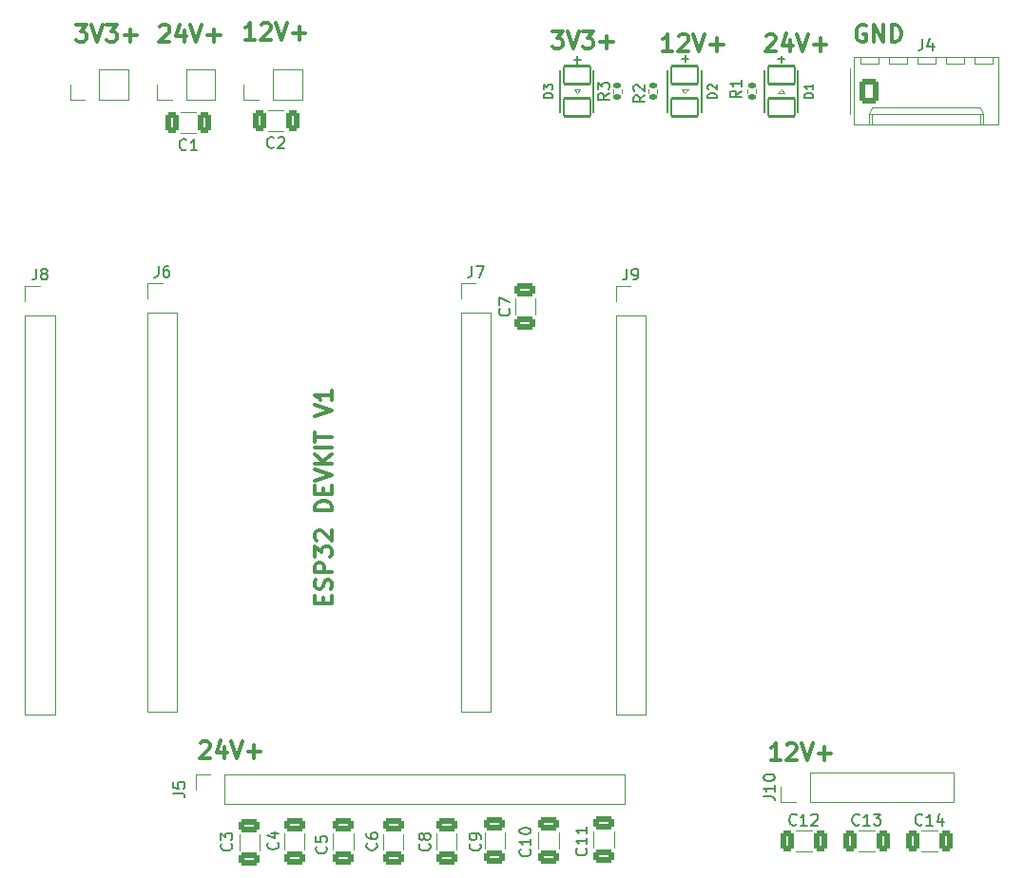
<source format=gto>
%TF.GenerationSoftware,KiCad,Pcbnew,8.0.1*%
%TF.CreationDate,2025-03-03T18:06:42+00:00*%
%TF.ProjectId,Interpose,496e7465-7270-46f7-9365-2e6b69636164,V1*%
%TF.SameCoordinates,Original*%
%TF.FileFunction,Legend,Top*%
%TF.FilePolarity,Positive*%
%FSLAX46Y46*%
G04 Gerber Fmt 4.6, Leading zero omitted, Abs format (unit mm)*
G04 Created by KiCad (PCBNEW 8.0.1) date 2025-03-03 18:06:42*
%MOMM*%
%LPD*%
G01*
G04 APERTURE LIST*
G04 Aperture macros list*
%AMRoundRect*
0 Rectangle with rounded corners*
0 $1 Rounding radius*
0 $2 $3 $4 $5 $6 $7 $8 $9 X,Y pos of 4 corners*
0 Add a 4 corners polygon primitive as box body*
4,1,4,$2,$3,$4,$5,$6,$7,$8,$9,$2,$3,0*
0 Add four circle primitives for the rounded corners*
1,1,$1+$1,$2,$3*
1,1,$1+$1,$4,$5*
1,1,$1+$1,$6,$7*
1,1,$1+$1,$8,$9*
0 Add four rect primitives between the rounded corners*
20,1,$1+$1,$2,$3,$4,$5,0*
20,1,$1+$1,$4,$5,$6,$7,0*
20,1,$1+$1,$6,$7,$8,$9,0*
20,1,$1+$1,$8,$9,$2,$3,0*%
G04 Aperture macros list end*
%ADD10C,0.300000*%
%ADD11C,0.150000*%
%ADD12C,0.120000*%
%ADD13C,0.200000*%
%ADD14C,0.100000*%
%ADD15R,1.700000X1.700000*%
%ADD16O,1.700000X1.700000*%
%ADD17RoundRect,0.250000X-0.650000X0.325000X-0.650000X-0.325000X0.650000X-0.325000X0.650000X0.325000X0*%
%ADD18RoundRect,0.250000X-0.325000X-0.650000X0.325000X-0.650000X0.325000X0.650000X-0.325000X0.650000X0*%
%ADD19C,3.800000*%
%ADD20RoundRect,0.135000X-0.185000X0.135000X-0.185000X-0.135000X0.185000X-0.135000X0.185000X0.135000X0*%
%ADD21RoundRect,0.102000X1.200000X-0.800000X1.200000X0.800000X-1.200000X0.800000X-1.200000X-0.800000X0*%
%ADD22RoundRect,0.135000X0.185000X-0.135000X0.185000X0.135000X-0.185000X0.135000X-0.185000X-0.135000X0*%
%ADD23RoundRect,0.102000X-1.200000X0.800000X-1.200000X-0.800000X1.200000X-0.800000X1.200000X0.800000X0*%
%ADD24RoundRect,0.250000X-0.620000X-0.845000X0.620000X-0.845000X0.620000X0.845000X-0.620000X0.845000X0*%
%ADD25O,1.740000X2.190000*%
G04 APERTURE END LIST*
D10*
X86283082Y-119243685D02*
X86354510Y-119172257D01*
X86354510Y-119172257D02*
X86497368Y-119100828D01*
X86497368Y-119100828D02*
X86854510Y-119100828D01*
X86854510Y-119100828D02*
X86997368Y-119172257D01*
X86997368Y-119172257D02*
X87068796Y-119243685D01*
X87068796Y-119243685D02*
X87140225Y-119386542D01*
X87140225Y-119386542D02*
X87140225Y-119529400D01*
X87140225Y-119529400D02*
X87068796Y-119743685D01*
X87068796Y-119743685D02*
X86211653Y-120600828D01*
X86211653Y-120600828D02*
X87140225Y-120600828D01*
X88425939Y-119600828D02*
X88425939Y-120600828D01*
X88068796Y-119029400D02*
X87711653Y-120100828D01*
X87711653Y-120100828D02*
X88640224Y-120100828D01*
X88997367Y-119100828D02*
X89497367Y-120600828D01*
X89497367Y-120600828D02*
X89997367Y-119100828D01*
X90497366Y-120029400D02*
X91640224Y-120029400D01*
X91068795Y-120600828D02*
X91068795Y-119457971D01*
X128340225Y-57600828D02*
X127483082Y-57600828D01*
X127911653Y-57600828D02*
X127911653Y-56100828D01*
X127911653Y-56100828D02*
X127768796Y-56315114D01*
X127768796Y-56315114D02*
X127625939Y-56457971D01*
X127625939Y-56457971D02*
X127483082Y-56529400D01*
X128911653Y-56243685D02*
X128983081Y-56172257D01*
X128983081Y-56172257D02*
X129125939Y-56100828D01*
X129125939Y-56100828D02*
X129483081Y-56100828D01*
X129483081Y-56100828D02*
X129625939Y-56172257D01*
X129625939Y-56172257D02*
X129697367Y-56243685D01*
X129697367Y-56243685D02*
X129768796Y-56386542D01*
X129768796Y-56386542D02*
X129768796Y-56529400D01*
X129768796Y-56529400D02*
X129697367Y-56743685D01*
X129697367Y-56743685D02*
X128840224Y-57600828D01*
X128840224Y-57600828D02*
X129768796Y-57600828D01*
X130197367Y-56100828D02*
X130697367Y-57600828D01*
X130697367Y-57600828D02*
X131197367Y-56100828D01*
X131697366Y-57029400D02*
X132840224Y-57029400D01*
X132268795Y-57600828D02*
X132268795Y-56457971D01*
X75211653Y-55300828D02*
X76140225Y-55300828D01*
X76140225Y-55300828D02*
X75640225Y-55872257D01*
X75640225Y-55872257D02*
X75854510Y-55872257D01*
X75854510Y-55872257D02*
X75997368Y-55943685D01*
X75997368Y-55943685D02*
X76068796Y-56015114D01*
X76068796Y-56015114D02*
X76140225Y-56157971D01*
X76140225Y-56157971D02*
X76140225Y-56515114D01*
X76140225Y-56515114D02*
X76068796Y-56657971D01*
X76068796Y-56657971D02*
X75997368Y-56729400D01*
X75997368Y-56729400D02*
X75854510Y-56800828D01*
X75854510Y-56800828D02*
X75425939Y-56800828D01*
X75425939Y-56800828D02*
X75283082Y-56729400D01*
X75283082Y-56729400D02*
X75211653Y-56657971D01*
X76568796Y-55300828D02*
X77068796Y-56800828D01*
X77068796Y-56800828D02*
X77568796Y-55300828D01*
X77925938Y-55300828D02*
X78854510Y-55300828D01*
X78854510Y-55300828D02*
X78354510Y-55872257D01*
X78354510Y-55872257D02*
X78568795Y-55872257D01*
X78568795Y-55872257D02*
X78711653Y-55943685D01*
X78711653Y-55943685D02*
X78783081Y-56015114D01*
X78783081Y-56015114D02*
X78854510Y-56157971D01*
X78854510Y-56157971D02*
X78854510Y-56515114D01*
X78854510Y-56515114D02*
X78783081Y-56657971D01*
X78783081Y-56657971D02*
X78711653Y-56729400D01*
X78711653Y-56729400D02*
X78568795Y-56800828D01*
X78568795Y-56800828D02*
X78140224Y-56800828D01*
X78140224Y-56800828D02*
X77997367Y-56729400D01*
X77997367Y-56729400D02*
X77925938Y-56657971D01*
X79497366Y-56229400D02*
X80640224Y-56229400D01*
X80068795Y-56800828D02*
X80068795Y-55657971D01*
X82683082Y-55443685D02*
X82754510Y-55372257D01*
X82754510Y-55372257D02*
X82897368Y-55300828D01*
X82897368Y-55300828D02*
X83254510Y-55300828D01*
X83254510Y-55300828D02*
X83397368Y-55372257D01*
X83397368Y-55372257D02*
X83468796Y-55443685D01*
X83468796Y-55443685D02*
X83540225Y-55586542D01*
X83540225Y-55586542D02*
X83540225Y-55729400D01*
X83540225Y-55729400D02*
X83468796Y-55943685D01*
X83468796Y-55943685D02*
X82611653Y-56800828D01*
X82611653Y-56800828D02*
X83540225Y-56800828D01*
X84825939Y-55800828D02*
X84825939Y-56800828D01*
X84468796Y-55229400D02*
X84111653Y-56300828D01*
X84111653Y-56300828D02*
X85040224Y-56300828D01*
X85397367Y-55300828D02*
X85897367Y-56800828D01*
X85897367Y-56800828D02*
X86397367Y-55300828D01*
X86897366Y-56229400D02*
X88040224Y-56229400D01*
X87468795Y-56800828D02*
X87468795Y-55657971D01*
X136683082Y-56243685D02*
X136754510Y-56172257D01*
X136754510Y-56172257D02*
X136897368Y-56100828D01*
X136897368Y-56100828D02*
X137254510Y-56100828D01*
X137254510Y-56100828D02*
X137397368Y-56172257D01*
X137397368Y-56172257D02*
X137468796Y-56243685D01*
X137468796Y-56243685D02*
X137540225Y-56386542D01*
X137540225Y-56386542D02*
X137540225Y-56529400D01*
X137540225Y-56529400D02*
X137468796Y-56743685D01*
X137468796Y-56743685D02*
X136611653Y-57600828D01*
X136611653Y-57600828D02*
X137540225Y-57600828D01*
X138825939Y-56600828D02*
X138825939Y-57600828D01*
X138468796Y-56029400D02*
X138111653Y-57100828D01*
X138111653Y-57100828D02*
X139040224Y-57100828D01*
X139397367Y-56100828D02*
X139897367Y-57600828D01*
X139897367Y-57600828D02*
X140397367Y-56100828D01*
X140897366Y-57029400D02*
X142040224Y-57029400D01*
X141468795Y-57600828D02*
X141468795Y-56457971D01*
X91140225Y-56600828D02*
X90283082Y-56600828D01*
X90711653Y-56600828D02*
X90711653Y-55100828D01*
X90711653Y-55100828D02*
X90568796Y-55315114D01*
X90568796Y-55315114D02*
X90425939Y-55457971D01*
X90425939Y-55457971D02*
X90283082Y-55529400D01*
X91711653Y-55243685D02*
X91783081Y-55172257D01*
X91783081Y-55172257D02*
X91925939Y-55100828D01*
X91925939Y-55100828D02*
X92283081Y-55100828D01*
X92283081Y-55100828D02*
X92425939Y-55172257D01*
X92425939Y-55172257D02*
X92497367Y-55243685D01*
X92497367Y-55243685D02*
X92568796Y-55386542D01*
X92568796Y-55386542D02*
X92568796Y-55529400D01*
X92568796Y-55529400D02*
X92497367Y-55743685D01*
X92497367Y-55743685D02*
X91640224Y-56600828D01*
X91640224Y-56600828D02*
X92568796Y-56600828D01*
X92997367Y-55100828D02*
X93497367Y-56600828D01*
X93497367Y-56600828D02*
X93997367Y-55100828D01*
X94497366Y-56029400D02*
X95640224Y-56029400D01*
X95068795Y-56600828D02*
X95068795Y-55457971D01*
X145540225Y-55372257D02*
X145397368Y-55300828D01*
X145397368Y-55300828D02*
X145183082Y-55300828D01*
X145183082Y-55300828D02*
X144968796Y-55372257D01*
X144968796Y-55372257D02*
X144825939Y-55515114D01*
X144825939Y-55515114D02*
X144754510Y-55657971D01*
X144754510Y-55657971D02*
X144683082Y-55943685D01*
X144683082Y-55943685D02*
X144683082Y-56157971D01*
X144683082Y-56157971D02*
X144754510Y-56443685D01*
X144754510Y-56443685D02*
X144825939Y-56586542D01*
X144825939Y-56586542D02*
X144968796Y-56729400D01*
X144968796Y-56729400D02*
X145183082Y-56800828D01*
X145183082Y-56800828D02*
X145325939Y-56800828D01*
X145325939Y-56800828D02*
X145540225Y-56729400D01*
X145540225Y-56729400D02*
X145611653Y-56657971D01*
X145611653Y-56657971D02*
X145611653Y-56157971D01*
X145611653Y-56157971D02*
X145325939Y-56157971D01*
X146254510Y-56800828D02*
X146254510Y-55300828D01*
X146254510Y-55300828D02*
X147111653Y-56800828D01*
X147111653Y-56800828D02*
X147111653Y-55300828D01*
X147825939Y-56800828D02*
X147825939Y-55300828D01*
X147825939Y-55300828D02*
X148183082Y-55300828D01*
X148183082Y-55300828D02*
X148397368Y-55372257D01*
X148397368Y-55372257D02*
X148540225Y-55515114D01*
X148540225Y-55515114D02*
X148611654Y-55657971D01*
X148611654Y-55657971D02*
X148683082Y-55943685D01*
X148683082Y-55943685D02*
X148683082Y-56157971D01*
X148683082Y-56157971D02*
X148611654Y-56443685D01*
X148611654Y-56443685D02*
X148540225Y-56586542D01*
X148540225Y-56586542D02*
X148397368Y-56729400D01*
X148397368Y-56729400D02*
X148183082Y-56800828D01*
X148183082Y-56800828D02*
X147825939Y-56800828D01*
X137940225Y-120800828D02*
X137083082Y-120800828D01*
X137511653Y-120800828D02*
X137511653Y-119300828D01*
X137511653Y-119300828D02*
X137368796Y-119515114D01*
X137368796Y-119515114D02*
X137225939Y-119657971D01*
X137225939Y-119657971D02*
X137083082Y-119729400D01*
X138511653Y-119443685D02*
X138583081Y-119372257D01*
X138583081Y-119372257D02*
X138725939Y-119300828D01*
X138725939Y-119300828D02*
X139083081Y-119300828D01*
X139083081Y-119300828D02*
X139225939Y-119372257D01*
X139225939Y-119372257D02*
X139297367Y-119443685D01*
X139297367Y-119443685D02*
X139368796Y-119586542D01*
X139368796Y-119586542D02*
X139368796Y-119729400D01*
X139368796Y-119729400D02*
X139297367Y-119943685D01*
X139297367Y-119943685D02*
X138440224Y-120800828D01*
X138440224Y-120800828D02*
X139368796Y-120800828D01*
X139797367Y-119300828D02*
X140297367Y-120800828D01*
X140297367Y-120800828D02*
X140797367Y-119300828D01*
X141297366Y-120229400D02*
X142440224Y-120229400D01*
X141868795Y-120800828D02*
X141868795Y-119657971D01*
X117611653Y-55900828D02*
X118540225Y-55900828D01*
X118540225Y-55900828D02*
X118040225Y-56472257D01*
X118040225Y-56472257D02*
X118254510Y-56472257D01*
X118254510Y-56472257D02*
X118397368Y-56543685D01*
X118397368Y-56543685D02*
X118468796Y-56615114D01*
X118468796Y-56615114D02*
X118540225Y-56757971D01*
X118540225Y-56757971D02*
X118540225Y-57115114D01*
X118540225Y-57115114D02*
X118468796Y-57257971D01*
X118468796Y-57257971D02*
X118397368Y-57329400D01*
X118397368Y-57329400D02*
X118254510Y-57400828D01*
X118254510Y-57400828D02*
X117825939Y-57400828D01*
X117825939Y-57400828D02*
X117683082Y-57329400D01*
X117683082Y-57329400D02*
X117611653Y-57257971D01*
X118968796Y-55900828D02*
X119468796Y-57400828D01*
X119468796Y-57400828D02*
X119968796Y-55900828D01*
X120325938Y-55900828D02*
X121254510Y-55900828D01*
X121254510Y-55900828D02*
X120754510Y-56472257D01*
X120754510Y-56472257D02*
X120968795Y-56472257D01*
X120968795Y-56472257D02*
X121111653Y-56543685D01*
X121111653Y-56543685D02*
X121183081Y-56615114D01*
X121183081Y-56615114D02*
X121254510Y-56757971D01*
X121254510Y-56757971D02*
X121254510Y-57115114D01*
X121254510Y-57115114D02*
X121183081Y-57257971D01*
X121183081Y-57257971D02*
X121111653Y-57329400D01*
X121111653Y-57329400D02*
X120968795Y-57400828D01*
X120968795Y-57400828D02*
X120540224Y-57400828D01*
X120540224Y-57400828D02*
X120397367Y-57329400D01*
X120397367Y-57329400D02*
X120325938Y-57257971D01*
X121897366Y-56829400D02*
X123040224Y-56829400D01*
X122468795Y-57400828D02*
X122468795Y-56257971D01*
X97215114Y-106845489D02*
X97215114Y-106345489D01*
X98000828Y-106131203D02*
X98000828Y-106845489D01*
X98000828Y-106845489D02*
X96500828Y-106845489D01*
X96500828Y-106845489D02*
X96500828Y-106131203D01*
X97929400Y-105559774D02*
X98000828Y-105345489D01*
X98000828Y-105345489D02*
X98000828Y-104988346D01*
X98000828Y-104988346D02*
X97929400Y-104845489D01*
X97929400Y-104845489D02*
X97857971Y-104774060D01*
X97857971Y-104774060D02*
X97715114Y-104702631D01*
X97715114Y-104702631D02*
X97572257Y-104702631D01*
X97572257Y-104702631D02*
X97429400Y-104774060D01*
X97429400Y-104774060D02*
X97357971Y-104845489D01*
X97357971Y-104845489D02*
X97286542Y-104988346D01*
X97286542Y-104988346D02*
X97215114Y-105274060D01*
X97215114Y-105274060D02*
X97143685Y-105416917D01*
X97143685Y-105416917D02*
X97072257Y-105488346D01*
X97072257Y-105488346D02*
X96929400Y-105559774D01*
X96929400Y-105559774D02*
X96786542Y-105559774D01*
X96786542Y-105559774D02*
X96643685Y-105488346D01*
X96643685Y-105488346D02*
X96572257Y-105416917D01*
X96572257Y-105416917D02*
X96500828Y-105274060D01*
X96500828Y-105274060D02*
X96500828Y-104916917D01*
X96500828Y-104916917D02*
X96572257Y-104702631D01*
X98000828Y-104059775D02*
X96500828Y-104059775D01*
X96500828Y-104059775D02*
X96500828Y-103488346D01*
X96500828Y-103488346D02*
X96572257Y-103345489D01*
X96572257Y-103345489D02*
X96643685Y-103274060D01*
X96643685Y-103274060D02*
X96786542Y-103202632D01*
X96786542Y-103202632D02*
X97000828Y-103202632D01*
X97000828Y-103202632D02*
X97143685Y-103274060D01*
X97143685Y-103274060D02*
X97215114Y-103345489D01*
X97215114Y-103345489D02*
X97286542Y-103488346D01*
X97286542Y-103488346D02*
X97286542Y-104059775D01*
X96500828Y-102702632D02*
X96500828Y-101774060D01*
X96500828Y-101774060D02*
X97072257Y-102274060D01*
X97072257Y-102274060D02*
X97072257Y-102059775D01*
X97072257Y-102059775D02*
X97143685Y-101916918D01*
X97143685Y-101916918D02*
X97215114Y-101845489D01*
X97215114Y-101845489D02*
X97357971Y-101774060D01*
X97357971Y-101774060D02*
X97715114Y-101774060D01*
X97715114Y-101774060D02*
X97857971Y-101845489D01*
X97857971Y-101845489D02*
X97929400Y-101916918D01*
X97929400Y-101916918D02*
X98000828Y-102059775D01*
X98000828Y-102059775D02*
X98000828Y-102488346D01*
X98000828Y-102488346D02*
X97929400Y-102631203D01*
X97929400Y-102631203D02*
X97857971Y-102702632D01*
X96643685Y-101202632D02*
X96572257Y-101131204D01*
X96572257Y-101131204D02*
X96500828Y-100988347D01*
X96500828Y-100988347D02*
X96500828Y-100631204D01*
X96500828Y-100631204D02*
X96572257Y-100488347D01*
X96572257Y-100488347D02*
X96643685Y-100416918D01*
X96643685Y-100416918D02*
X96786542Y-100345489D01*
X96786542Y-100345489D02*
X96929400Y-100345489D01*
X96929400Y-100345489D02*
X97143685Y-100416918D01*
X97143685Y-100416918D02*
X98000828Y-101274061D01*
X98000828Y-101274061D02*
X98000828Y-100345489D01*
X98000828Y-98559776D02*
X96500828Y-98559776D01*
X96500828Y-98559776D02*
X96500828Y-98202633D01*
X96500828Y-98202633D02*
X96572257Y-97988347D01*
X96572257Y-97988347D02*
X96715114Y-97845490D01*
X96715114Y-97845490D02*
X96857971Y-97774061D01*
X96857971Y-97774061D02*
X97143685Y-97702633D01*
X97143685Y-97702633D02*
X97357971Y-97702633D01*
X97357971Y-97702633D02*
X97643685Y-97774061D01*
X97643685Y-97774061D02*
X97786542Y-97845490D01*
X97786542Y-97845490D02*
X97929400Y-97988347D01*
X97929400Y-97988347D02*
X98000828Y-98202633D01*
X98000828Y-98202633D02*
X98000828Y-98559776D01*
X97215114Y-97059776D02*
X97215114Y-96559776D01*
X98000828Y-96345490D02*
X98000828Y-97059776D01*
X98000828Y-97059776D02*
X96500828Y-97059776D01*
X96500828Y-97059776D02*
X96500828Y-96345490D01*
X96500828Y-95916918D02*
X98000828Y-95416918D01*
X98000828Y-95416918D02*
X96500828Y-94916918D01*
X98000828Y-94416919D02*
X96500828Y-94416919D01*
X98000828Y-93559776D02*
X97143685Y-94202633D01*
X96500828Y-93559776D02*
X97357971Y-94416919D01*
X98000828Y-92916919D02*
X96500828Y-92916919D01*
X96500828Y-92416918D02*
X96500828Y-91559776D01*
X98000828Y-91988347D02*
X96500828Y-91988347D01*
X96500828Y-90131204D02*
X98000828Y-89631204D01*
X98000828Y-89631204D02*
X96500828Y-89131204D01*
X98000828Y-87845490D02*
X98000828Y-88702633D01*
X98000828Y-88274062D02*
X96500828Y-88274062D01*
X96500828Y-88274062D02*
X96715114Y-88416919D01*
X96715114Y-88416919D02*
X96857971Y-88559776D01*
X96857971Y-88559776D02*
X96929400Y-88702633D01*
D11*
X83874819Y-123733333D02*
X84589104Y-123733333D01*
X84589104Y-123733333D02*
X84731961Y-123780952D01*
X84731961Y-123780952D02*
X84827200Y-123876190D01*
X84827200Y-123876190D02*
X84874819Y-124019047D01*
X84874819Y-124019047D02*
X84874819Y-124114285D01*
X83874819Y-122780952D02*
X83874819Y-123257142D01*
X83874819Y-123257142D02*
X84351009Y-123304761D01*
X84351009Y-123304761D02*
X84303390Y-123257142D01*
X84303390Y-123257142D02*
X84255771Y-123161904D01*
X84255771Y-123161904D02*
X84255771Y-122923809D01*
X84255771Y-122923809D02*
X84303390Y-122828571D01*
X84303390Y-122828571D02*
X84351009Y-122780952D01*
X84351009Y-122780952D02*
X84446247Y-122733333D01*
X84446247Y-122733333D02*
X84684342Y-122733333D01*
X84684342Y-122733333D02*
X84779580Y-122780952D01*
X84779580Y-122780952D02*
X84827200Y-122828571D01*
X84827200Y-122828571D02*
X84874819Y-122923809D01*
X84874819Y-122923809D02*
X84874819Y-123161904D01*
X84874819Y-123161904D02*
X84827200Y-123257142D01*
X84827200Y-123257142D02*
X84779580Y-123304761D01*
X120609580Y-128667857D02*
X120657200Y-128715476D01*
X120657200Y-128715476D02*
X120704819Y-128858333D01*
X120704819Y-128858333D02*
X120704819Y-128953571D01*
X120704819Y-128953571D02*
X120657200Y-129096428D01*
X120657200Y-129096428D02*
X120561961Y-129191666D01*
X120561961Y-129191666D02*
X120466723Y-129239285D01*
X120466723Y-129239285D02*
X120276247Y-129286904D01*
X120276247Y-129286904D02*
X120133390Y-129286904D01*
X120133390Y-129286904D02*
X119942914Y-129239285D01*
X119942914Y-129239285D02*
X119847676Y-129191666D01*
X119847676Y-129191666D02*
X119752438Y-129096428D01*
X119752438Y-129096428D02*
X119704819Y-128953571D01*
X119704819Y-128953571D02*
X119704819Y-128858333D01*
X119704819Y-128858333D02*
X119752438Y-128715476D01*
X119752438Y-128715476D02*
X119800057Y-128667857D01*
X120704819Y-127715476D02*
X120704819Y-128286904D01*
X120704819Y-128001190D02*
X119704819Y-128001190D01*
X119704819Y-128001190D02*
X119847676Y-128096428D01*
X119847676Y-128096428D02*
X119942914Y-128191666D01*
X119942914Y-128191666D02*
X119990533Y-128286904D01*
X120704819Y-126763095D02*
X120704819Y-127334523D01*
X120704819Y-127048809D02*
X119704819Y-127048809D01*
X119704819Y-127048809D02*
X119847676Y-127144047D01*
X119847676Y-127144047D02*
X119942914Y-127239285D01*
X119942914Y-127239285D02*
X119990533Y-127334523D01*
X115609580Y-128742857D02*
X115657200Y-128790476D01*
X115657200Y-128790476D02*
X115704819Y-128933333D01*
X115704819Y-128933333D02*
X115704819Y-129028571D01*
X115704819Y-129028571D02*
X115657200Y-129171428D01*
X115657200Y-129171428D02*
X115561961Y-129266666D01*
X115561961Y-129266666D02*
X115466723Y-129314285D01*
X115466723Y-129314285D02*
X115276247Y-129361904D01*
X115276247Y-129361904D02*
X115133390Y-129361904D01*
X115133390Y-129361904D02*
X114942914Y-129314285D01*
X114942914Y-129314285D02*
X114847676Y-129266666D01*
X114847676Y-129266666D02*
X114752438Y-129171428D01*
X114752438Y-129171428D02*
X114704819Y-129028571D01*
X114704819Y-129028571D02*
X114704819Y-128933333D01*
X114704819Y-128933333D02*
X114752438Y-128790476D01*
X114752438Y-128790476D02*
X114800057Y-128742857D01*
X115704819Y-127790476D02*
X115704819Y-128361904D01*
X115704819Y-128076190D02*
X114704819Y-128076190D01*
X114704819Y-128076190D02*
X114847676Y-128171428D01*
X114847676Y-128171428D02*
X114942914Y-128266666D01*
X114942914Y-128266666D02*
X114990533Y-128361904D01*
X114704819Y-127171428D02*
X114704819Y-127076190D01*
X114704819Y-127076190D02*
X114752438Y-126980952D01*
X114752438Y-126980952D02*
X114800057Y-126933333D01*
X114800057Y-126933333D02*
X114895295Y-126885714D01*
X114895295Y-126885714D02*
X115085771Y-126838095D01*
X115085771Y-126838095D02*
X115323866Y-126838095D01*
X115323866Y-126838095D02*
X115514342Y-126885714D01*
X115514342Y-126885714D02*
X115609580Y-126933333D01*
X115609580Y-126933333D02*
X115657200Y-126980952D01*
X115657200Y-126980952D02*
X115704819Y-127076190D01*
X115704819Y-127076190D02*
X115704819Y-127171428D01*
X115704819Y-127171428D02*
X115657200Y-127266666D01*
X115657200Y-127266666D02*
X115609580Y-127314285D01*
X115609580Y-127314285D02*
X115514342Y-127361904D01*
X115514342Y-127361904D02*
X115323866Y-127409523D01*
X115323866Y-127409523D02*
X115085771Y-127409523D01*
X115085771Y-127409523D02*
X114895295Y-127361904D01*
X114895295Y-127361904D02*
X114800057Y-127314285D01*
X114800057Y-127314285D02*
X114752438Y-127266666D01*
X114752438Y-127266666D02*
X114704819Y-127171428D01*
X111159580Y-128266666D02*
X111207200Y-128314285D01*
X111207200Y-128314285D02*
X111254819Y-128457142D01*
X111254819Y-128457142D02*
X111254819Y-128552380D01*
X111254819Y-128552380D02*
X111207200Y-128695237D01*
X111207200Y-128695237D02*
X111111961Y-128790475D01*
X111111961Y-128790475D02*
X111016723Y-128838094D01*
X111016723Y-128838094D02*
X110826247Y-128885713D01*
X110826247Y-128885713D02*
X110683390Y-128885713D01*
X110683390Y-128885713D02*
X110492914Y-128838094D01*
X110492914Y-128838094D02*
X110397676Y-128790475D01*
X110397676Y-128790475D02*
X110302438Y-128695237D01*
X110302438Y-128695237D02*
X110254819Y-128552380D01*
X110254819Y-128552380D02*
X110254819Y-128457142D01*
X110254819Y-128457142D02*
X110302438Y-128314285D01*
X110302438Y-128314285D02*
X110350057Y-128266666D01*
X111254819Y-127790475D02*
X111254819Y-127599999D01*
X111254819Y-127599999D02*
X111207200Y-127504761D01*
X111207200Y-127504761D02*
X111159580Y-127457142D01*
X111159580Y-127457142D02*
X111016723Y-127361904D01*
X111016723Y-127361904D02*
X110826247Y-127314285D01*
X110826247Y-127314285D02*
X110445295Y-127314285D01*
X110445295Y-127314285D02*
X110350057Y-127361904D01*
X110350057Y-127361904D02*
X110302438Y-127409523D01*
X110302438Y-127409523D02*
X110254819Y-127504761D01*
X110254819Y-127504761D02*
X110254819Y-127695237D01*
X110254819Y-127695237D02*
X110302438Y-127790475D01*
X110302438Y-127790475D02*
X110350057Y-127838094D01*
X110350057Y-127838094D02*
X110445295Y-127885713D01*
X110445295Y-127885713D02*
X110683390Y-127885713D01*
X110683390Y-127885713D02*
X110778628Y-127838094D01*
X110778628Y-127838094D02*
X110826247Y-127790475D01*
X110826247Y-127790475D02*
X110873866Y-127695237D01*
X110873866Y-127695237D02*
X110873866Y-127504761D01*
X110873866Y-127504761D02*
X110826247Y-127409523D01*
X110826247Y-127409523D02*
X110778628Y-127361904D01*
X110778628Y-127361904D02*
X110683390Y-127314285D01*
X106659580Y-128266666D02*
X106707200Y-128314285D01*
X106707200Y-128314285D02*
X106754819Y-128457142D01*
X106754819Y-128457142D02*
X106754819Y-128552380D01*
X106754819Y-128552380D02*
X106707200Y-128695237D01*
X106707200Y-128695237D02*
X106611961Y-128790475D01*
X106611961Y-128790475D02*
X106516723Y-128838094D01*
X106516723Y-128838094D02*
X106326247Y-128885713D01*
X106326247Y-128885713D02*
X106183390Y-128885713D01*
X106183390Y-128885713D02*
X105992914Y-128838094D01*
X105992914Y-128838094D02*
X105897676Y-128790475D01*
X105897676Y-128790475D02*
X105802438Y-128695237D01*
X105802438Y-128695237D02*
X105754819Y-128552380D01*
X105754819Y-128552380D02*
X105754819Y-128457142D01*
X105754819Y-128457142D02*
X105802438Y-128314285D01*
X105802438Y-128314285D02*
X105850057Y-128266666D01*
X106183390Y-127695237D02*
X106135771Y-127790475D01*
X106135771Y-127790475D02*
X106088152Y-127838094D01*
X106088152Y-127838094D02*
X105992914Y-127885713D01*
X105992914Y-127885713D02*
X105945295Y-127885713D01*
X105945295Y-127885713D02*
X105850057Y-127838094D01*
X105850057Y-127838094D02*
X105802438Y-127790475D01*
X105802438Y-127790475D02*
X105754819Y-127695237D01*
X105754819Y-127695237D02*
X105754819Y-127504761D01*
X105754819Y-127504761D02*
X105802438Y-127409523D01*
X105802438Y-127409523D02*
X105850057Y-127361904D01*
X105850057Y-127361904D02*
X105945295Y-127314285D01*
X105945295Y-127314285D02*
X105992914Y-127314285D01*
X105992914Y-127314285D02*
X106088152Y-127361904D01*
X106088152Y-127361904D02*
X106135771Y-127409523D01*
X106135771Y-127409523D02*
X106183390Y-127504761D01*
X106183390Y-127504761D02*
X106183390Y-127695237D01*
X106183390Y-127695237D02*
X106231009Y-127790475D01*
X106231009Y-127790475D02*
X106278628Y-127838094D01*
X106278628Y-127838094D02*
X106373866Y-127885713D01*
X106373866Y-127885713D02*
X106564342Y-127885713D01*
X106564342Y-127885713D02*
X106659580Y-127838094D01*
X106659580Y-127838094D02*
X106707200Y-127790475D01*
X106707200Y-127790475D02*
X106754819Y-127695237D01*
X106754819Y-127695237D02*
X106754819Y-127504761D01*
X106754819Y-127504761D02*
X106707200Y-127409523D01*
X106707200Y-127409523D02*
X106659580Y-127361904D01*
X106659580Y-127361904D02*
X106564342Y-127314285D01*
X106564342Y-127314285D02*
X106373866Y-127314285D01*
X106373866Y-127314285D02*
X106278628Y-127361904D01*
X106278628Y-127361904D02*
X106231009Y-127409523D01*
X106231009Y-127409523D02*
X106183390Y-127504761D01*
X101959580Y-128191666D02*
X102007200Y-128239285D01*
X102007200Y-128239285D02*
X102054819Y-128382142D01*
X102054819Y-128382142D02*
X102054819Y-128477380D01*
X102054819Y-128477380D02*
X102007200Y-128620237D01*
X102007200Y-128620237D02*
X101911961Y-128715475D01*
X101911961Y-128715475D02*
X101816723Y-128763094D01*
X101816723Y-128763094D02*
X101626247Y-128810713D01*
X101626247Y-128810713D02*
X101483390Y-128810713D01*
X101483390Y-128810713D02*
X101292914Y-128763094D01*
X101292914Y-128763094D02*
X101197676Y-128715475D01*
X101197676Y-128715475D02*
X101102438Y-128620237D01*
X101102438Y-128620237D02*
X101054819Y-128477380D01*
X101054819Y-128477380D02*
X101054819Y-128382142D01*
X101054819Y-128382142D02*
X101102438Y-128239285D01*
X101102438Y-128239285D02*
X101150057Y-128191666D01*
X101054819Y-127334523D02*
X101054819Y-127524999D01*
X101054819Y-127524999D02*
X101102438Y-127620237D01*
X101102438Y-127620237D02*
X101150057Y-127667856D01*
X101150057Y-127667856D02*
X101292914Y-127763094D01*
X101292914Y-127763094D02*
X101483390Y-127810713D01*
X101483390Y-127810713D02*
X101864342Y-127810713D01*
X101864342Y-127810713D02*
X101959580Y-127763094D01*
X101959580Y-127763094D02*
X102007200Y-127715475D01*
X102007200Y-127715475D02*
X102054819Y-127620237D01*
X102054819Y-127620237D02*
X102054819Y-127429761D01*
X102054819Y-127429761D02*
X102007200Y-127334523D01*
X102007200Y-127334523D02*
X101959580Y-127286904D01*
X101959580Y-127286904D02*
X101864342Y-127239285D01*
X101864342Y-127239285D02*
X101626247Y-127239285D01*
X101626247Y-127239285D02*
X101531009Y-127286904D01*
X101531009Y-127286904D02*
X101483390Y-127334523D01*
X101483390Y-127334523D02*
X101435771Y-127429761D01*
X101435771Y-127429761D02*
X101435771Y-127620237D01*
X101435771Y-127620237D02*
X101483390Y-127715475D01*
X101483390Y-127715475D02*
X101531009Y-127763094D01*
X101531009Y-127763094D02*
X101626247Y-127810713D01*
X97459580Y-128491666D02*
X97507200Y-128539285D01*
X97507200Y-128539285D02*
X97554819Y-128682142D01*
X97554819Y-128682142D02*
X97554819Y-128777380D01*
X97554819Y-128777380D02*
X97507200Y-128920237D01*
X97507200Y-128920237D02*
X97411961Y-129015475D01*
X97411961Y-129015475D02*
X97316723Y-129063094D01*
X97316723Y-129063094D02*
X97126247Y-129110713D01*
X97126247Y-129110713D02*
X96983390Y-129110713D01*
X96983390Y-129110713D02*
X96792914Y-129063094D01*
X96792914Y-129063094D02*
X96697676Y-129015475D01*
X96697676Y-129015475D02*
X96602438Y-128920237D01*
X96602438Y-128920237D02*
X96554819Y-128777380D01*
X96554819Y-128777380D02*
X96554819Y-128682142D01*
X96554819Y-128682142D02*
X96602438Y-128539285D01*
X96602438Y-128539285D02*
X96650057Y-128491666D01*
X96554819Y-127586904D02*
X96554819Y-128063094D01*
X96554819Y-128063094D02*
X97031009Y-128110713D01*
X97031009Y-128110713D02*
X96983390Y-128063094D01*
X96983390Y-128063094D02*
X96935771Y-127967856D01*
X96935771Y-127967856D02*
X96935771Y-127729761D01*
X96935771Y-127729761D02*
X96983390Y-127634523D01*
X96983390Y-127634523D02*
X97031009Y-127586904D01*
X97031009Y-127586904D02*
X97126247Y-127539285D01*
X97126247Y-127539285D02*
X97364342Y-127539285D01*
X97364342Y-127539285D02*
X97459580Y-127586904D01*
X97459580Y-127586904D02*
X97507200Y-127634523D01*
X97507200Y-127634523D02*
X97554819Y-127729761D01*
X97554819Y-127729761D02*
X97554819Y-127967856D01*
X97554819Y-127967856D02*
X97507200Y-128063094D01*
X97507200Y-128063094D02*
X97459580Y-128110713D01*
X93159580Y-128141666D02*
X93207200Y-128189285D01*
X93207200Y-128189285D02*
X93254819Y-128332142D01*
X93254819Y-128332142D02*
X93254819Y-128427380D01*
X93254819Y-128427380D02*
X93207200Y-128570237D01*
X93207200Y-128570237D02*
X93111961Y-128665475D01*
X93111961Y-128665475D02*
X93016723Y-128713094D01*
X93016723Y-128713094D02*
X92826247Y-128760713D01*
X92826247Y-128760713D02*
X92683390Y-128760713D01*
X92683390Y-128760713D02*
X92492914Y-128713094D01*
X92492914Y-128713094D02*
X92397676Y-128665475D01*
X92397676Y-128665475D02*
X92302438Y-128570237D01*
X92302438Y-128570237D02*
X92254819Y-128427380D01*
X92254819Y-128427380D02*
X92254819Y-128332142D01*
X92254819Y-128332142D02*
X92302438Y-128189285D01*
X92302438Y-128189285D02*
X92350057Y-128141666D01*
X92588152Y-127284523D02*
X93254819Y-127284523D01*
X92207200Y-127522618D02*
X92921485Y-127760713D01*
X92921485Y-127760713D02*
X92921485Y-127141666D01*
X89009580Y-128241666D02*
X89057200Y-128289285D01*
X89057200Y-128289285D02*
X89104819Y-128432142D01*
X89104819Y-128432142D02*
X89104819Y-128527380D01*
X89104819Y-128527380D02*
X89057200Y-128670237D01*
X89057200Y-128670237D02*
X88961961Y-128765475D01*
X88961961Y-128765475D02*
X88866723Y-128813094D01*
X88866723Y-128813094D02*
X88676247Y-128860713D01*
X88676247Y-128860713D02*
X88533390Y-128860713D01*
X88533390Y-128860713D02*
X88342914Y-128813094D01*
X88342914Y-128813094D02*
X88247676Y-128765475D01*
X88247676Y-128765475D02*
X88152438Y-128670237D01*
X88152438Y-128670237D02*
X88104819Y-128527380D01*
X88104819Y-128527380D02*
X88104819Y-128432142D01*
X88104819Y-128432142D02*
X88152438Y-128289285D01*
X88152438Y-128289285D02*
X88200057Y-128241666D01*
X88104819Y-127908332D02*
X88104819Y-127289285D01*
X88104819Y-127289285D02*
X88485771Y-127622618D01*
X88485771Y-127622618D02*
X88485771Y-127479761D01*
X88485771Y-127479761D02*
X88533390Y-127384523D01*
X88533390Y-127384523D02*
X88581009Y-127336904D01*
X88581009Y-127336904D02*
X88676247Y-127289285D01*
X88676247Y-127289285D02*
X88914342Y-127289285D01*
X88914342Y-127289285D02*
X89009580Y-127336904D01*
X89009580Y-127336904D02*
X89057200Y-127384523D01*
X89057200Y-127384523D02*
X89104819Y-127479761D01*
X89104819Y-127479761D02*
X89104819Y-127765475D01*
X89104819Y-127765475D02*
X89057200Y-127860713D01*
X89057200Y-127860713D02*
X89009580Y-127908332D01*
X92833333Y-66159580D02*
X92785714Y-66207200D01*
X92785714Y-66207200D02*
X92642857Y-66254819D01*
X92642857Y-66254819D02*
X92547619Y-66254819D01*
X92547619Y-66254819D02*
X92404762Y-66207200D01*
X92404762Y-66207200D02*
X92309524Y-66111961D01*
X92309524Y-66111961D02*
X92261905Y-66016723D01*
X92261905Y-66016723D02*
X92214286Y-65826247D01*
X92214286Y-65826247D02*
X92214286Y-65683390D01*
X92214286Y-65683390D02*
X92261905Y-65492914D01*
X92261905Y-65492914D02*
X92309524Y-65397676D01*
X92309524Y-65397676D02*
X92404762Y-65302438D01*
X92404762Y-65302438D02*
X92547619Y-65254819D01*
X92547619Y-65254819D02*
X92642857Y-65254819D01*
X92642857Y-65254819D02*
X92785714Y-65302438D01*
X92785714Y-65302438D02*
X92833333Y-65350057D01*
X93214286Y-65350057D02*
X93261905Y-65302438D01*
X93261905Y-65302438D02*
X93357143Y-65254819D01*
X93357143Y-65254819D02*
X93595238Y-65254819D01*
X93595238Y-65254819D02*
X93690476Y-65302438D01*
X93690476Y-65302438D02*
X93738095Y-65350057D01*
X93738095Y-65350057D02*
X93785714Y-65445295D01*
X93785714Y-65445295D02*
X93785714Y-65540533D01*
X93785714Y-65540533D02*
X93738095Y-65683390D01*
X93738095Y-65683390D02*
X93166667Y-66254819D01*
X93166667Y-66254819D02*
X93785714Y-66254819D01*
X71666666Y-76999819D02*
X71666666Y-77714104D01*
X71666666Y-77714104D02*
X71619047Y-77856961D01*
X71619047Y-77856961D02*
X71523809Y-77952200D01*
X71523809Y-77952200D02*
X71380952Y-77999819D01*
X71380952Y-77999819D02*
X71285714Y-77999819D01*
X72285714Y-77428390D02*
X72190476Y-77380771D01*
X72190476Y-77380771D02*
X72142857Y-77333152D01*
X72142857Y-77333152D02*
X72095238Y-77237914D01*
X72095238Y-77237914D02*
X72095238Y-77190295D01*
X72095238Y-77190295D02*
X72142857Y-77095057D01*
X72142857Y-77095057D02*
X72190476Y-77047438D01*
X72190476Y-77047438D02*
X72285714Y-76999819D01*
X72285714Y-76999819D02*
X72476190Y-76999819D01*
X72476190Y-76999819D02*
X72571428Y-77047438D01*
X72571428Y-77047438D02*
X72619047Y-77095057D01*
X72619047Y-77095057D02*
X72666666Y-77190295D01*
X72666666Y-77190295D02*
X72666666Y-77237914D01*
X72666666Y-77237914D02*
X72619047Y-77333152D01*
X72619047Y-77333152D02*
X72571428Y-77380771D01*
X72571428Y-77380771D02*
X72476190Y-77428390D01*
X72476190Y-77428390D02*
X72285714Y-77428390D01*
X72285714Y-77428390D02*
X72190476Y-77476009D01*
X72190476Y-77476009D02*
X72142857Y-77523628D01*
X72142857Y-77523628D02*
X72095238Y-77618866D01*
X72095238Y-77618866D02*
X72095238Y-77809342D01*
X72095238Y-77809342D02*
X72142857Y-77904580D01*
X72142857Y-77904580D02*
X72190476Y-77952200D01*
X72190476Y-77952200D02*
X72285714Y-77999819D01*
X72285714Y-77999819D02*
X72476190Y-77999819D01*
X72476190Y-77999819D02*
X72571428Y-77952200D01*
X72571428Y-77952200D02*
X72619047Y-77904580D01*
X72619047Y-77904580D02*
X72666666Y-77809342D01*
X72666666Y-77809342D02*
X72666666Y-77618866D01*
X72666666Y-77618866D02*
X72619047Y-77523628D01*
X72619047Y-77523628D02*
X72571428Y-77476009D01*
X72571428Y-77476009D02*
X72476190Y-77428390D01*
X125854819Y-61566666D02*
X125378628Y-61899999D01*
X125854819Y-62138094D02*
X124854819Y-62138094D01*
X124854819Y-62138094D02*
X124854819Y-61757142D01*
X124854819Y-61757142D02*
X124902438Y-61661904D01*
X124902438Y-61661904D02*
X124950057Y-61614285D01*
X124950057Y-61614285D02*
X125045295Y-61566666D01*
X125045295Y-61566666D02*
X125188152Y-61566666D01*
X125188152Y-61566666D02*
X125283390Y-61614285D01*
X125283390Y-61614285D02*
X125331009Y-61661904D01*
X125331009Y-61661904D02*
X125378628Y-61757142D01*
X125378628Y-61757142D02*
X125378628Y-62138094D01*
X124950057Y-61185713D02*
X124902438Y-61138094D01*
X124902438Y-61138094D02*
X124854819Y-61042856D01*
X124854819Y-61042856D02*
X124854819Y-60804761D01*
X124854819Y-60804761D02*
X124902438Y-60709523D01*
X124902438Y-60709523D02*
X124950057Y-60661904D01*
X124950057Y-60661904D02*
X125045295Y-60614285D01*
X125045295Y-60614285D02*
X125140533Y-60614285D01*
X125140533Y-60614285D02*
X125283390Y-60661904D01*
X125283390Y-60661904D02*
X125854819Y-61233332D01*
X125854819Y-61233332D02*
X125854819Y-60614285D01*
X134454819Y-61166666D02*
X133978628Y-61499999D01*
X134454819Y-61738094D02*
X133454819Y-61738094D01*
X133454819Y-61738094D02*
X133454819Y-61357142D01*
X133454819Y-61357142D02*
X133502438Y-61261904D01*
X133502438Y-61261904D02*
X133550057Y-61214285D01*
X133550057Y-61214285D02*
X133645295Y-61166666D01*
X133645295Y-61166666D02*
X133788152Y-61166666D01*
X133788152Y-61166666D02*
X133883390Y-61214285D01*
X133883390Y-61214285D02*
X133931009Y-61261904D01*
X133931009Y-61261904D02*
X133978628Y-61357142D01*
X133978628Y-61357142D02*
X133978628Y-61738094D01*
X134454819Y-60214285D02*
X134454819Y-60785713D01*
X134454819Y-60499999D02*
X133454819Y-60499999D01*
X133454819Y-60499999D02*
X133597676Y-60595237D01*
X133597676Y-60595237D02*
X133692914Y-60690475D01*
X133692914Y-60690475D02*
X133740533Y-60785713D01*
X132262295Y-61790475D02*
X131462295Y-61790475D01*
X131462295Y-61790475D02*
X131462295Y-61599999D01*
X131462295Y-61599999D02*
X131500390Y-61485713D01*
X131500390Y-61485713D02*
X131576580Y-61409523D01*
X131576580Y-61409523D02*
X131652771Y-61371428D01*
X131652771Y-61371428D02*
X131805152Y-61333332D01*
X131805152Y-61333332D02*
X131919438Y-61333332D01*
X131919438Y-61333332D02*
X132071819Y-61371428D01*
X132071819Y-61371428D02*
X132148009Y-61409523D01*
X132148009Y-61409523D02*
X132224200Y-61485713D01*
X132224200Y-61485713D02*
X132262295Y-61599999D01*
X132262295Y-61599999D02*
X132262295Y-61790475D01*
X131538485Y-61028571D02*
X131500390Y-60990475D01*
X131500390Y-60990475D02*
X131462295Y-60914285D01*
X131462295Y-60914285D02*
X131462295Y-60723809D01*
X131462295Y-60723809D02*
X131500390Y-60647618D01*
X131500390Y-60647618D02*
X131538485Y-60609523D01*
X131538485Y-60609523D02*
X131614676Y-60571428D01*
X131614676Y-60571428D02*
X131690866Y-60571428D01*
X131690866Y-60571428D02*
X131805152Y-60609523D01*
X131805152Y-60609523D02*
X132262295Y-61066666D01*
X132262295Y-61066666D02*
X132262295Y-60571428D01*
X129457533Y-58604761D02*
X129457533Y-57995238D01*
X129762295Y-58299999D02*
X129152771Y-58299999D01*
X139357142Y-126509580D02*
X139309523Y-126557200D01*
X139309523Y-126557200D02*
X139166666Y-126604819D01*
X139166666Y-126604819D02*
X139071428Y-126604819D01*
X139071428Y-126604819D02*
X138928571Y-126557200D01*
X138928571Y-126557200D02*
X138833333Y-126461961D01*
X138833333Y-126461961D02*
X138785714Y-126366723D01*
X138785714Y-126366723D02*
X138738095Y-126176247D01*
X138738095Y-126176247D02*
X138738095Y-126033390D01*
X138738095Y-126033390D02*
X138785714Y-125842914D01*
X138785714Y-125842914D02*
X138833333Y-125747676D01*
X138833333Y-125747676D02*
X138928571Y-125652438D01*
X138928571Y-125652438D02*
X139071428Y-125604819D01*
X139071428Y-125604819D02*
X139166666Y-125604819D01*
X139166666Y-125604819D02*
X139309523Y-125652438D01*
X139309523Y-125652438D02*
X139357142Y-125700057D01*
X140309523Y-126604819D02*
X139738095Y-126604819D01*
X140023809Y-126604819D02*
X140023809Y-125604819D01*
X140023809Y-125604819D02*
X139928571Y-125747676D01*
X139928571Y-125747676D02*
X139833333Y-125842914D01*
X139833333Y-125842914D02*
X139738095Y-125890533D01*
X140690476Y-125700057D02*
X140738095Y-125652438D01*
X140738095Y-125652438D02*
X140833333Y-125604819D01*
X140833333Y-125604819D02*
X141071428Y-125604819D01*
X141071428Y-125604819D02*
X141166666Y-125652438D01*
X141166666Y-125652438D02*
X141214285Y-125700057D01*
X141214285Y-125700057D02*
X141261904Y-125795295D01*
X141261904Y-125795295D02*
X141261904Y-125890533D01*
X141261904Y-125890533D02*
X141214285Y-126033390D01*
X141214285Y-126033390D02*
X140642857Y-126604819D01*
X140642857Y-126604819D02*
X141261904Y-126604819D01*
X117654295Y-61790475D02*
X116854295Y-61790475D01*
X116854295Y-61790475D02*
X116854295Y-61599999D01*
X116854295Y-61599999D02*
X116892390Y-61485713D01*
X116892390Y-61485713D02*
X116968580Y-61409523D01*
X116968580Y-61409523D02*
X117044771Y-61371428D01*
X117044771Y-61371428D02*
X117197152Y-61333332D01*
X117197152Y-61333332D02*
X117311438Y-61333332D01*
X117311438Y-61333332D02*
X117463819Y-61371428D01*
X117463819Y-61371428D02*
X117540009Y-61409523D01*
X117540009Y-61409523D02*
X117616200Y-61485713D01*
X117616200Y-61485713D02*
X117654295Y-61599999D01*
X117654295Y-61599999D02*
X117654295Y-61790475D01*
X116854295Y-61066666D02*
X116854295Y-60571428D01*
X116854295Y-60571428D02*
X117159057Y-60838094D01*
X117159057Y-60838094D02*
X117159057Y-60723809D01*
X117159057Y-60723809D02*
X117197152Y-60647618D01*
X117197152Y-60647618D02*
X117235247Y-60609523D01*
X117235247Y-60609523D02*
X117311438Y-60571428D01*
X117311438Y-60571428D02*
X117501914Y-60571428D01*
X117501914Y-60571428D02*
X117578104Y-60609523D01*
X117578104Y-60609523D02*
X117616200Y-60647618D01*
X117616200Y-60647618D02*
X117654295Y-60723809D01*
X117654295Y-60723809D02*
X117654295Y-60952380D01*
X117654295Y-60952380D02*
X117616200Y-61028571D01*
X117616200Y-61028571D02*
X117578104Y-61066666D01*
X119857533Y-58704761D02*
X119857533Y-58095238D01*
X120162295Y-58399999D02*
X119552771Y-58399999D01*
X113759580Y-80566666D02*
X113807200Y-80614285D01*
X113807200Y-80614285D02*
X113854819Y-80757142D01*
X113854819Y-80757142D02*
X113854819Y-80852380D01*
X113854819Y-80852380D02*
X113807200Y-80995237D01*
X113807200Y-80995237D02*
X113711961Y-81090475D01*
X113711961Y-81090475D02*
X113616723Y-81138094D01*
X113616723Y-81138094D02*
X113426247Y-81185713D01*
X113426247Y-81185713D02*
X113283390Y-81185713D01*
X113283390Y-81185713D02*
X113092914Y-81138094D01*
X113092914Y-81138094D02*
X112997676Y-81090475D01*
X112997676Y-81090475D02*
X112902438Y-80995237D01*
X112902438Y-80995237D02*
X112854819Y-80852380D01*
X112854819Y-80852380D02*
X112854819Y-80757142D01*
X112854819Y-80757142D02*
X112902438Y-80614285D01*
X112902438Y-80614285D02*
X112950057Y-80566666D01*
X112854819Y-80233332D02*
X112854819Y-79566666D01*
X112854819Y-79566666D02*
X113854819Y-79995237D01*
X150557142Y-126509580D02*
X150509523Y-126557200D01*
X150509523Y-126557200D02*
X150366666Y-126604819D01*
X150366666Y-126604819D02*
X150271428Y-126604819D01*
X150271428Y-126604819D02*
X150128571Y-126557200D01*
X150128571Y-126557200D02*
X150033333Y-126461961D01*
X150033333Y-126461961D02*
X149985714Y-126366723D01*
X149985714Y-126366723D02*
X149938095Y-126176247D01*
X149938095Y-126176247D02*
X149938095Y-126033390D01*
X149938095Y-126033390D02*
X149985714Y-125842914D01*
X149985714Y-125842914D02*
X150033333Y-125747676D01*
X150033333Y-125747676D02*
X150128571Y-125652438D01*
X150128571Y-125652438D02*
X150271428Y-125604819D01*
X150271428Y-125604819D02*
X150366666Y-125604819D01*
X150366666Y-125604819D02*
X150509523Y-125652438D01*
X150509523Y-125652438D02*
X150557142Y-125700057D01*
X151509523Y-126604819D02*
X150938095Y-126604819D01*
X151223809Y-126604819D02*
X151223809Y-125604819D01*
X151223809Y-125604819D02*
X151128571Y-125747676D01*
X151128571Y-125747676D02*
X151033333Y-125842914D01*
X151033333Y-125842914D02*
X150938095Y-125890533D01*
X152366666Y-125938152D02*
X152366666Y-126604819D01*
X152128571Y-125557200D02*
X151890476Y-126271485D01*
X151890476Y-126271485D02*
X152509523Y-126271485D01*
X110466666Y-76749819D02*
X110466666Y-77464104D01*
X110466666Y-77464104D02*
X110419047Y-77606961D01*
X110419047Y-77606961D02*
X110323809Y-77702200D01*
X110323809Y-77702200D02*
X110180952Y-77749819D01*
X110180952Y-77749819D02*
X110085714Y-77749819D01*
X110847619Y-76749819D02*
X111514285Y-76749819D01*
X111514285Y-76749819D02*
X111085714Y-77749819D01*
X122684819Y-61366666D02*
X122208628Y-61699999D01*
X122684819Y-61938094D02*
X121684819Y-61938094D01*
X121684819Y-61938094D02*
X121684819Y-61557142D01*
X121684819Y-61557142D02*
X121732438Y-61461904D01*
X121732438Y-61461904D02*
X121780057Y-61414285D01*
X121780057Y-61414285D02*
X121875295Y-61366666D01*
X121875295Y-61366666D02*
X122018152Y-61366666D01*
X122018152Y-61366666D02*
X122113390Y-61414285D01*
X122113390Y-61414285D02*
X122161009Y-61461904D01*
X122161009Y-61461904D02*
X122208628Y-61557142D01*
X122208628Y-61557142D02*
X122208628Y-61938094D01*
X121684819Y-61033332D02*
X121684819Y-60414285D01*
X121684819Y-60414285D02*
X122065771Y-60747618D01*
X122065771Y-60747618D02*
X122065771Y-60604761D01*
X122065771Y-60604761D02*
X122113390Y-60509523D01*
X122113390Y-60509523D02*
X122161009Y-60461904D01*
X122161009Y-60461904D02*
X122256247Y-60414285D01*
X122256247Y-60414285D02*
X122494342Y-60414285D01*
X122494342Y-60414285D02*
X122589580Y-60461904D01*
X122589580Y-60461904D02*
X122637200Y-60509523D01*
X122637200Y-60509523D02*
X122684819Y-60604761D01*
X122684819Y-60604761D02*
X122684819Y-60890475D01*
X122684819Y-60890475D02*
X122637200Y-60985713D01*
X122637200Y-60985713D02*
X122589580Y-61033332D01*
X136424819Y-124013523D02*
X137139104Y-124013523D01*
X137139104Y-124013523D02*
X137281961Y-124061142D01*
X137281961Y-124061142D02*
X137377200Y-124156380D01*
X137377200Y-124156380D02*
X137424819Y-124299237D01*
X137424819Y-124299237D02*
X137424819Y-124394475D01*
X137424819Y-123013523D02*
X137424819Y-123584951D01*
X137424819Y-123299237D02*
X136424819Y-123299237D01*
X136424819Y-123299237D02*
X136567676Y-123394475D01*
X136567676Y-123394475D02*
X136662914Y-123489713D01*
X136662914Y-123489713D02*
X136710533Y-123584951D01*
X136424819Y-122394475D02*
X136424819Y-122299237D01*
X136424819Y-122299237D02*
X136472438Y-122203999D01*
X136472438Y-122203999D02*
X136520057Y-122156380D01*
X136520057Y-122156380D02*
X136615295Y-122108761D01*
X136615295Y-122108761D02*
X136805771Y-122061142D01*
X136805771Y-122061142D02*
X137043866Y-122061142D01*
X137043866Y-122061142D02*
X137234342Y-122108761D01*
X137234342Y-122108761D02*
X137329580Y-122156380D01*
X137329580Y-122156380D02*
X137377200Y-122203999D01*
X137377200Y-122203999D02*
X137424819Y-122299237D01*
X137424819Y-122299237D02*
X137424819Y-122394475D01*
X137424819Y-122394475D02*
X137377200Y-122489713D01*
X137377200Y-122489713D02*
X137329580Y-122537332D01*
X137329580Y-122537332D02*
X137234342Y-122584951D01*
X137234342Y-122584951D02*
X137043866Y-122632570D01*
X137043866Y-122632570D02*
X136805771Y-122632570D01*
X136805771Y-122632570D02*
X136615295Y-122584951D01*
X136615295Y-122584951D02*
X136520057Y-122537332D01*
X136520057Y-122537332D02*
X136472438Y-122489713D01*
X136472438Y-122489713D02*
X136424819Y-122394475D01*
X82546666Y-76749819D02*
X82546666Y-77464104D01*
X82546666Y-77464104D02*
X82499047Y-77606961D01*
X82499047Y-77606961D02*
X82403809Y-77702200D01*
X82403809Y-77702200D02*
X82260952Y-77749819D01*
X82260952Y-77749819D02*
X82165714Y-77749819D01*
X83451428Y-76749819D02*
X83260952Y-76749819D01*
X83260952Y-76749819D02*
X83165714Y-76797438D01*
X83165714Y-76797438D02*
X83118095Y-76845057D01*
X83118095Y-76845057D02*
X83022857Y-76987914D01*
X83022857Y-76987914D02*
X82975238Y-77178390D01*
X82975238Y-77178390D02*
X82975238Y-77559342D01*
X82975238Y-77559342D02*
X83022857Y-77654580D01*
X83022857Y-77654580D02*
X83070476Y-77702200D01*
X83070476Y-77702200D02*
X83165714Y-77749819D01*
X83165714Y-77749819D02*
X83356190Y-77749819D01*
X83356190Y-77749819D02*
X83451428Y-77702200D01*
X83451428Y-77702200D02*
X83499047Y-77654580D01*
X83499047Y-77654580D02*
X83546666Y-77559342D01*
X83546666Y-77559342D02*
X83546666Y-77321247D01*
X83546666Y-77321247D02*
X83499047Y-77226009D01*
X83499047Y-77226009D02*
X83451428Y-77178390D01*
X83451428Y-77178390D02*
X83356190Y-77130771D01*
X83356190Y-77130771D02*
X83165714Y-77130771D01*
X83165714Y-77130771D02*
X83070476Y-77178390D01*
X83070476Y-77178390D02*
X83022857Y-77226009D01*
X83022857Y-77226009D02*
X82975238Y-77321247D01*
X140870295Y-61790475D02*
X140070295Y-61790475D01*
X140070295Y-61790475D02*
X140070295Y-61599999D01*
X140070295Y-61599999D02*
X140108390Y-61485713D01*
X140108390Y-61485713D02*
X140184580Y-61409523D01*
X140184580Y-61409523D02*
X140260771Y-61371428D01*
X140260771Y-61371428D02*
X140413152Y-61333332D01*
X140413152Y-61333332D02*
X140527438Y-61333332D01*
X140527438Y-61333332D02*
X140679819Y-61371428D01*
X140679819Y-61371428D02*
X140756009Y-61409523D01*
X140756009Y-61409523D02*
X140832200Y-61485713D01*
X140832200Y-61485713D02*
X140870295Y-61599999D01*
X140870295Y-61599999D02*
X140870295Y-61790475D01*
X140870295Y-60571428D02*
X140870295Y-61028571D01*
X140870295Y-60799999D02*
X140070295Y-60799999D01*
X140070295Y-60799999D02*
X140184580Y-60876190D01*
X140184580Y-60876190D02*
X140260771Y-60952380D01*
X140260771Y-60952380D02*
X140298866Y-61028571D01*
X137695238Y-58357533D02*
X138304762Y-58357533D01*
X138000000Y-58662295D02*
X138000000Y-58052771D01*
X85033333Y-66359580D02*
X84985714Y-66407200D01*
X84985714Y-66407200D02*
X84842857Y-66454819D01*
X84842857Y-66454819D02*
X84747619Y-66454819D01*
X84747619Y-66454819D02*
X84604762Y-66407200D01*
X84604762Y-66407200D02*
X84509524Y-66311961D01*
X84509524Y-66311961D02*
X84461905Y-66216723D01*
X84461905Y-66216723D02*
X84414286Y-66026247D01*
X84414286Y-66026247D02*
X84414286Y-65883390D01*
X84414286Y-65883390D02*
X84461905Y-65692914D01*
X84461905Y-65692914D02*
X84509524Y-65597676D01*
X84509524Y-65597676D02*
X84604762Y-65502438D01*
X84604762Y-65502438D02*
X84747619Y-65454819D01*
X84747619Y-65454819D02*
X84842857Y-65454819D01*
X84842857Y-65454819D02*
X84985714Y-65502438D01*
X84985714Y-65502438D02*
X85033333Y-65550057D01*
X85985714Y-66454819D02*
X85414286Y-66454819D01*
X85700000Y-66454819D02*
X85700000Y-65454819D01*
X85700000Y-65454819D02*
X85604762Y-65597676D01*
X85604762Y-65597676D02*
X85509524Y-65692914D01*
X85509524Y-65692914D02*
X85414286Y-65740533D01*
X144957142Y-126513580D02*
X144909523Y-126561200D01*
X144909523Y-126561200D02*
X144766666Y-126608819D01*
X144766666Y-126608819D02*
X144671428Y-126608819D01*
X144671428Y-126608819D02*
X144528571Y-126561200D01*
X144528571Y-126561200D02*
X144433333Y-126465961D01*
X144433333Y-126465961D02*
X144385714Y-126370723D01*
X144385714Y-126370723D02*
X144338095Y-126180247D01*
X144338095Y-126180247D02*
X144338095Y-126037390D01*
X144338095Y-126037390D02*
X144385714Y-125846914D01*
X144385714Y-125846914D02*
X144433333Y-125751676D01*
X144433333Y-125751676D02*
X144528571Y-125656438D01*
X144528571Y-125656438D02*
X144671428Y-125608819D01*
X144671428Y-125608819D02*
X144766666Y-125608819D01*
X144766666Y-125608819D02*
X144909523Y-125656438D01*
X144909523Y-125656438D02*
X144957142Y-125704057D01*
X145909523Y-126608819D02*
X145338095Y-126608819D01*
X145623809Y-126608819D02*
X145623809Y-125608819D01*
X145623809Y-125608819D02*
X145528571Y-125751676D01*
X145528571Y-125751676D02*
X145433333Y-125846914D01*
X145433333Y-125846914D02*
X145338095Y-125894533D01*
X146242857Y-125608819D02*
X146861904Y-125608819D01*
X146861904Y-125608819D02*
X146528571Y-125989771D01*
X146528571Y-125989771D02*
X146671428Y-125989771D01*
X146671428Y-125989771D02*
X146766666Y-126037390D01*
X146766666Y-126037390D02*
X146814285Y-126085009D01*
X146814285Y-126085009D02*
X146861904Y-126180247D01*
X146861904Y-126180247D02*
X146861904Y-126418342D01*
X146861904Y-126418342D02*
X146814285Y-126513580D01*
X146814285Y-126513580D02*
X146766666Y-126561200D01*
X146766666Y-126561200D02*
X146671428Y-126608819D01*
X146671428Y-126608819D02*
X146385714Y-126608819D01*
X146385714Y-126608819D02*
X146290476Y-126561200D01*
X146290476Y-126561200D02*
X146242857Y-126513580D01*
X150586666Y-56534819D02*
X150586666Y-57249104D01*
X150586666Y-57249104D02*
X150539047Y-57391961D01*
X150539047Y-57391961D02*
X150443809Y-57487200D01*
X150443809Y-57487200D02*
X150300952Y-57534819D01*
X150300952Y-57534819D02*
X150205714Y-57534819D01*
X151491428Y-56868152D02*
X151491428Y-57534819D01*
X151253333Y-56487200D02*
X151015238Y-57201485D01*
X151015238Y-57201485D02*
X151634285Y-57201485D01*
X124266666Y-76999819D02*
X124266666Y-77714104D01*
X124266666Y-77714104D02*
X124219047Y-77856961D01*
X124219047Y-77856961D02*
X124123809Y-77952200D01*
X124123809Y-77952200D02*
X123980952Y-77999819D01*
X123980952Y-77999819D02*
X123885714Y-77999819D01*
X124790476Y-77999819D02*
X124980952Y-77999819D01*
X124980952Y-77999819D02*
X125076190Y-77952200D01*
X125076190Y-77952200D02*
X125123809Y-77904580D01*
X125123809Y-77904580D02*
X125219047Y-77761723D01*
X125219047Y-77761723D02*
X125266666Y-77571247D01*
X125266666Y-77571247D02*
X125266666Y-77190295D01*
X125266666Y-77190295D02*
X125219047Y-77095057D01*
X125219047Y-77095057D02*
X125171428Y-77047438D01*
X125171428Y-77047438D02*
X125076190Y-76999819D01*
X125076190Y-76999819D02*
X124885714Y-76999819D01*
X124885714Y-76999819D02*
X124790476Y-77047438D01*
X124790476Y-77047438D02*
X124742857Y-77095057D01*
X124742857Y-77095057D02*
X124695238Y-77190295D01*
X124695238Y-77190295D02*
X124695238Y-77428390D01*
X124695238Y-77428390D02*
X124742857Y-77523628D01*
X124742857Y-77523628D02*
X124790476Y-77571247D01*
X124790476Y-77571247D02*
X124885714Y-77618866D01*
X124885714Y-77618866D02*
X125076190Y-77618866D01*
X125076190Y-77618866D02*
X125171428Y-77571247D01*
X125171428Y-77571247D02*
X125219047Y-77523628D01*
X125219047Y-77523628D02*
X125266666Y-77428390D01*
D12*
%TO.C,J5*%
X88460000Y-124730000D02*
X124080000Y-124730000D01*
X88460000Y-124730000D02*
X88460000Y-122070000D01*
X124080000Y-124730000D02*
X124080000Y-122070000D01*
X85860000Y-123400000D02*
X85860000Y-122070000D01*
X85860000Y-122070000D02*
X87190000Y-122070000D01*
X88460000Y-122070000D02*
X124080000Y-122070000D01*
%TO.C,C11*%
X123110000Y-127188748D02*
X123110000Y-128611252D01*
X121290000Y-127188748D02*
X121290000Y-128611252D01*
%TO.C,C10*%
X118210000Y-127213748D02*
X118210000Y-128636252D01*
X116390000Y-127213748D02*
X116390000Y-128636252D01*
%TO.C,C9*%
X113410000Y-127238748D02*
X113410000Y-128661252D01*
X111590000Y-127238748D02*
X111590000Y-128661252D01*
%TO.C,C8*%
X109110000Y-127313748D02*
X109110000Y-128736252D01*
X107290000Y-127313748D02*
X107290000Y-128736252D01*
%TO.C,C6*%
X104360000Y-127363748D02*
X104360000Y-128786252D01*
X102540000Y-127363748D02*
X102540000Y-128786252D01*
%TO.C,C5*%
X99910000Y-127313748D02*
X99910000Y-128736252D01*
X98090000Y-127313748D02*
X98090000Y-128736252D01*
%TO.C,C4*%
X95560000Y-127338748D02*
X95560000Y-128761252D01*
X93740000Y-127338748D02*
X93740000Y-128761252D01*
%TO.C,C3*%
X91560000Y-127388748D02*
X91560000Y-128811252D01*
X89740000Y-127388748D02*
X89740000Y-128811252D01*
%TO.C,C2*%
X92288748Y-62890000D02*
X93711252Y-62890000D01*
X92288748Y-64710000D02*
X93711252Y-64710000D01*
%TO.C,J8*%
X70670000Y-78545000D02*
X72000000Y-78545000D01*
X70670000Y-79875000D02*
X70670000Y-78545000D01*
X70670000Y-81145000D02*
X70670000Y-116765000D01*
X70670000Y-81145000D02*
X73330000Y-81145000D01*
X70670000Y-116765000D02*
X73330000Y-116765000D01*
X73330000Y-81145000D02*
X73330000Y-116765000D01*
%TO.C,R2*%
X126220000Y-61046359D02*
X126220000Y-61353641D01*
X126980000Y-61046359D02*
X126980000Y-61353641D01*
%TO.C,R1*%
X135020000Y-61046359D02*
X135020000Y-61353641D01*
X135780000Y-61046359D02*
X135780000Y-61353641D01*
D13*
%TO.C,D2*%
X127900000Y-63050000D02*
X127900000Y-59350000D01*
D14*
X129150000Y-61000000D02*
X129700000Y-61000000D01*
X129400000Y-61400000D02*
X129150000Y-61000000D01*
X129700000Y-61000000D02*
X129400000Y-61400000D01*
D13*
X130900000Y-59350000D02*
X130900000Y-63050000D01*
D12*
%TO.C,C12*%
X139288748Y-127090000D02*
X140711252Y-127090000D01*
X139288748Y-128910000D02*
X140711252Y-128910000D01*
D13*
%TO.C,D3*%
X118300000Y-63050000D02*
X118300000Y-59350000D01*
D14*
X119550000Y-61000000D02*
X120100000Y-61000000D01*
X119800000Y-61400000D02*
X119550000Y-61000000D01*
X120100000Y-61000000D02*
X119800000Y-61400000D01*
D13*
X121300000Y-59350000D02*
X121300000Y-63050000D01*
D12*
%TO.C,J2*%
X82395000Y-61930000D02*
X82395000Y-60600000D01*
X83725000Y-61930000D02*
X82395000Y-61930000D01*
X84995000Y-59270000D02*
X87595000Y-59270000D01*
X84995000Y-61930000D02*
X84995000Y-59270000D01*
X84995000Y-61930000D02*
X87595000Y-61930000D01*
X87595000Y-61930000D02*
X87595000Y-59270000D01*
%TO.C,C7*%
X114290000Y-79688748D02*
X114290000Y-81111252D01*
X116110000Y-79688748D02*
X116110000Y-81111252D01*
%TO.C,C14*%
X150488748Y-127090000D02*
X151911252Y-127090000D01*
X150488748Y-128910000D02*
X151911252Y-128910000D01*
%TO.C,J7*%
X109470000Y-78295000D02*
X110800000Y-78295000D01*
X109470000Y-79625000D02*
X109470000Y-78295000D01*
X109470000Y-80895000D02*
X109470000Y-116515000D01*
X109470000Y-80895000D02*
X112130000Y-80895000D01*
X109470000Y-116515000D02*
X112130000Y-116515000D01*
X112130000Y-80895000D02*
X112130000Y-116515000D01*
%TO.C,R3*%
X123020000Y-61353641D02*
X123020000Y-61046359D01*
X123780000Y-61353641D02*
X123780000Y-61046359D01*
%TO.C,J10*%
X137970000Y-124534000D02*
X137970000Y-123204000D01*
X139300000Y-124534000D02*
X137970000Y-124534000D01*
X140570000Y-121874000D02*
X153330000Y-121874000D01*
X140570000Y-124534000D02*
X140570000Y-121874000D01*
X140570000Y-124534000D02*
X153330000Y-124534000D01*
X153330000Y-124534000D02*
X153330000Y-121874000D01*
%TO.C,J6*%
X81550000Y-78295000D02*
X82880000Y-78295000D01*
X81550000Y-79625000D02*
X81550000Y-78295000D01*
X81550000Y-80895000D02*
X81550000Y-116515000D01*
X81550000Y-80895000D02*
X84210000Y-80895000D01*
X81550000Y-116515000D02*
X84210000Y-116515000D01*
X84210000Y-80895000D02*
X84210000Y-116515000D01*
D13*
%TO.C,D1*%
X136500000Y-63050000D02*
X136500000Y-59350000D01*
D14*
X137700000Y-61400000D02*
X138000000Y-61000000D01*
X138000000Y-61000000D02*
X138250000Y-61400000D01*
X138250000Y-61400000D02*
X137700000Y-61400000D01*
D13*
X139500000Y-59350000D02*
X139500000Y-63050000D01*
D12*
%TO.C,C1*%
X84488748Y-63090000D02*
X85911252Y-63090000D01*
X84488748Y-64910000D02*
X85911252Y-64910000D01*
%TO.C,C13*%
X144888748Y-127094000D02*
X146311252Y-127094000D01*
X144888748Y-128914000D02*
X146311252Y-128914000D01*
%TO.C,J1*%
X74670000Y-61930000D02*
X74670000Y-60600000D01*
X76000000Y-61930000D02*
X74670000Y-61930000D01*
X77270000Y-59270000D02*
X79870000Y-59270000D01*
X77270000Y-61930000D02*
X77270000Y-59270000D01*
X77270000Y-61930000D02*
X79870000Y-61930000D01*
X79870000Y-61930000D02*
X79870000Y-59270000D01*
%TO.C,J4*%
X144170000Y-59200000D02*
X144170000Y-63200000D01*
X144460000Y-58170000D02*
X144460000Y-64190000D01*
X144460000Y-64190000D02*
X157380000Y-64190000D01*
X145040000Y-58170000D02*
X145040000Y-58770000D01*
X145040000Y-58770000D02*
X146640000Y-58770000D01*
X145840000Y-63190000D02*
X146090000Y-62660000D01*
X145840000Y-63190000D02*
X156000000Y-63190000D01*
X145840000Y-64190000D02*
X145840000Y-63190000D01*
X146090000Y-62660000D02*
X155750000Y-62660000D01*
X146090000Y-64190000D02*
X146090000Y-63190000D01*
X146640000Y-58770000D02*
X146640000Y-58170000D01*
X147580000Y-58170000D02*
X147580000Y-58770000D01*
X147580000Y-58770000D02*
X149180000Y-58770000D01*
X149180000Y-58770000D02*
X149180000Y-58170000D01*
X150120000Y-58170000D02*
X150120000Y-58770000D01*
X150120000Y-58770000D02*
X151720000Y-58770000D01*
X151720000Y-58770000D02*
X151720000Y-58170000D01*
X152660000Y-58170000D02*
X152660000Y-58770000D01*
X152660000Y-58770000D02*
X154260000Y-58770000D01*
X154260000Y-58770000D02*
X154260000Y-58170000D01*
X155200000Y-58170000D02*
X155200000Y-58770000D01*
X155200000Y-58770000D02*
X156800000Y-58770000D01*
X155750000Y-62660000D02*
X156000000Y-63190000D01*
X155750000Y-64190000D02*
X155750000Y-63190000D01*
X156000000Y-63190000D02*
X156000000Y-64190000D01*
X156800000Y-58770000D02*
X156800000Y-58170000D01*
X157380000Y-58170000D02*
X144460000Y-58170000D01*
X157380000Y-64190000D02*
X157380000Y-58170000D01*
%TO.C,J9*%
X123270000Y-78545000D02*
X124600000Y-78545000D01*
X123270000Y-79875000D02*
X123270000Y-78545000D01*
X123270000Y-81145000D02*
X123270000Y-116765000D01*
X123270000Y-81145000D02*
X125930000Y-81145000D01*
X123270000Y-116765000D02*
X125930000Y-116765000D01*
X125930000Y-81145000D02*
X125930000Y-116765000D01*
%TO.C,J3*%
X90130000Y-61930000D02*
X90130000Y-60600000D01*
X91460000Y-61930000D02*
X90130000Y-61930000D01*
X92730000Y-59270000D02*
X95330000Y-59270000D01*
X92730000Y-61930000D02*
X92730000Y-59270000D01*
X92730000Y-61930000D02*
X95330000Y-61930000D01*
X95330000Y-61930000D02*
X95330000Y-59270000D01*
%TD*%
%LPC*%
D15*
%TO.C,J5*%
X87190000Y-123400000D03*
D16*
X89730000Y-123400000D03*
X92270000Y-123400000D03*
X94810000Y-123400000D03*
X97350000Y-123400000D03*
X99890000Y-123400000D03*
X102430000Y-123400000D03*
X104970000Y-123400000D03*
X107510000Y-123400000D03*
X110050000Y-123400000D03*
X112590000Y-123400000D03*
X115130000Y-123400000D03*
X117670000Y-123400000D03*
X120210000Y-123400000D03*
X122750000Y-123400000D03*
%TD*%
D17*
%TO.C,C11*%
X122200000Y-126425000D03*
X122200000Y-129375000D03*
%TD*%
%TO.C,C10*%
X117300000Y-126450000D03*
X117300000Y-129400000D03*
%TD*%
%TO.C,C9*%
X112500000Y-126475000D03*
X112500000Y-129425000D03*
%TD*%
%TO.C,C8*%
X108200000Y-126550000D03*
X108200000Y-129500000D03*
%TD*%
%TO.C,C6*%
X103450000Y-126600000D03*
X103450000Y-129550000D03*
%TD*%
%TO.C,C5*%
X99000000Y-126550000D03*
X99000000Y-129500000D03*
%TD*%
%TO.C,C4*%
X94650000Y-126575000D03*
X94650000Y-129525000D03*
%TD*%
%TO.C,C3*%
X90650000Y-126625000D03*
X90650000Y-129575000D03*
%TD*%
D18*
%TO.C,C2*%
X91525000Y-63800000D03*
X94475000Y-63800000D03*
%TD*%
D15*
%TO.C,J8*%
X72000000Y-79875000D03*
D16*
X72000000Y-82415000D03*
X72000000Y-84955000D03*
X72000000Y-87495000D03*
X72000000Y-90035000D03*
X72000000Y-92575000D03*
X72000000Y-95115000D03*
X72000000Y-97655000D03*
X72000000Y-100195000D03*
X72000000Y-102735000D03*
X72000000Y-105275000D03*
X72000000Y-107815000D03*
X72000000Y-110355000D03*
X72000000Y-112895000D03*
X72000000Y-115435000D03*
%TD*%
D19*
%TO.C,H2*%
X162800000Y-57404000D03*
%TD*%
D20*
%TO.C,R2*%
X126600000Y-60690000D03*
X126600000Y-61710000D03*
%TD*%
%TO.C,R1*%
X135400000Y-60690000D03*
X135400000Y-61710000D03*
%TD*%
D19*
%TO.C,H3*%
X68400000Y-129200000D03*
%TD*%
D21*
%TO.C,D2*%
X129400000Y-62625000D03*
X129400000Y-59775000D03*
%TD*%
D18*
%TO.C,C12*%
X138525000Y-128000000D03*
X141475000Y-128000000D03*
%TD*%
D21*
%TO.C,D3*%
X119800000Y-62625000D03*
X119800000Y-59775000D03*
%TD*%
D15*
%TO.C,J2*%
X83725000Y-60600000D03*
D16*
X86265000Y-60600000D03*
%TD*%
D19*
%TO.C,H4*%
X162800000Y-129200000D03*
%TD*%
D17*
%TO.C,C7*%
X115200000Y-78925000D03*
X115200000Y-81875000D03*
%TD*%
D18*
%TO.C,C14*%
X149725000Y-128000000D03*
X152675000Y-128000000D03*
%TD*%
D15*
%TO.C,J7*%
X110800000Y-79625000D03*
D16*
X110800000Y-82165000D03*
X110800000Y-84705000D03*
X110800000Y-87245000D03*
X110800000Y-89785000D03*
X110800000Y-92325000D03*
X110800000Y-94865000D03*
X110800000Y-97405000D03*
X110800000Y-99945000D03*
X110800000Y-102485000D03*
X110800000Y-105025000D03*
X110800000Y-107565000D03*
X110800000Y-110105000D03*
X110800000Y-112645000D03*
X110800000Y-115185000D03*
%TD*%
D22*
%TO.C,R3*%
X123400000Y-61710000D03*
X123400000Y-60690000D03*
%TD*%
D15*
%TO.C,J10*%
X139300000Y-123204000D03*
D16*
X141840000Y-123204000D03*
X144380000Y-123204000D03*
X146920000Y-123204000D03*
X149460000Y-123204000D03*
X152000000Y-123204000D03*
%TD*%
D15*
%TO.C,J6*%
X82880000Y-79625000D03*
D16*
X82880000Y-82165000D03*
X82880000Y-84705000D03*
X82880000Y-87245000D03*
X82880000Y-89785000D03*
X82880000Y-92325000D03*
X82880000Y-94865000D03*
X82880000Y-97405000D03*
X82880000Y-99945000D03*
X82880000Y-102485000D03*
X82880000Y-105025000D03*
X82880000Y-107565000D03*
X82880000Y-110105000D03*
X82880000Y-112645000D03*
X82880000Y-115185000D03*
%TD*%
D23*
%TO.C,D1*%
X138000000Y-59775000D03*
X138000000Y-62625000D03*
%TD*%
D18*
%TO.C,C1*%
X83725000Y-64000000D03*
X86675000Y-64000000D03*
%TD*%
%TO.C,C13*%
X144125000Y-128004000D03*
X147075000Y-128004000D03*
%TD*%
D15*
%TO.C,J1*%
X76000000Y-60600000D03*
D16*
X78540000Y-60600000D03*
%TD*%
D19*
%TO.C,H1*%
X68400000Y-57404000D03*
%TD*%
D24*
%TO.C,J4*%
X145840000Y-61200000D03*
D25*
X148380000Y-61200000D03*
X150920000Y-61200000D03*
X153460000Y-61200000D03*
X156000000Y-61200000D03*
%TD*%
D15*
%TO.C,J9*%
X124600000Y-79875000D03*
D16*
X124600000Y-82415000D03*
X124600000Y-84955000D03*
X124600000Y-87495000D03*
X124600000Y-90035000D03*
X124600000Y-92575000D03*
X124600000Y-95115000D03*
X124600000Y-97655000D03*
X124600000Y-100195000D03*
X124600000Y-102735000D03*
X124600000Y-105275000D03*
X124600000Y-107815000D03*
X124600000Y-110355000D03*
X124600000Y-112895000D03*
X124600000Y-115435000D03*
%TD*%
D15*
%TO.C,J3*%
X91460000Y-60600000D03*
D16*
X94000000Y-60600000D03*
%TD*%
%LPD*%
M02*

</source>
